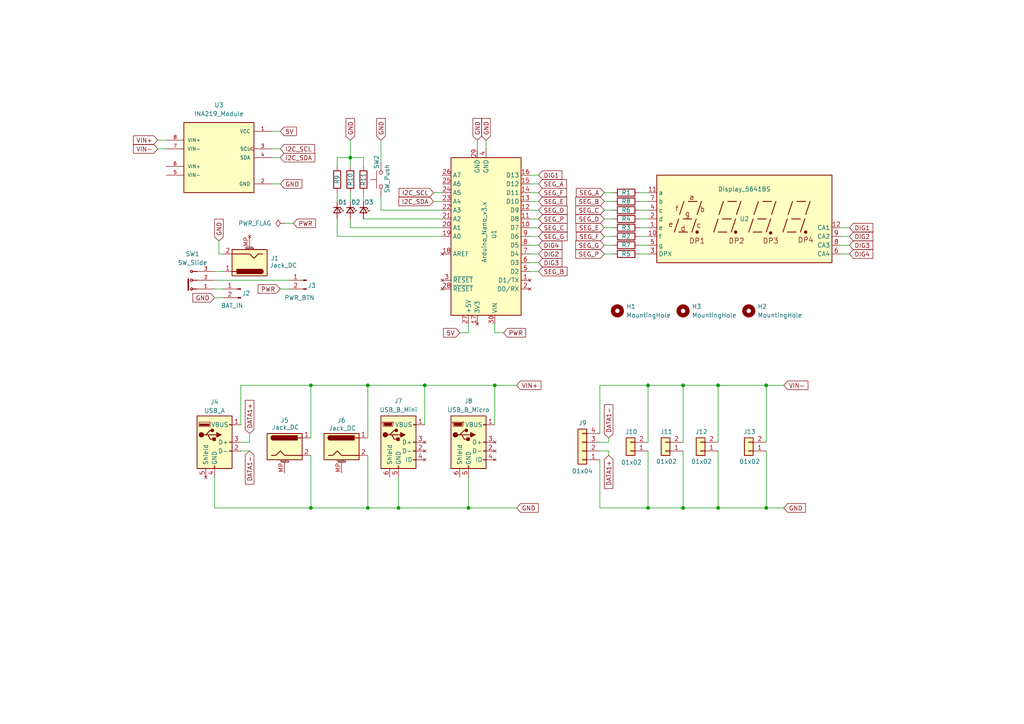
<source format=kicad_sch>
(kicad_sch (version 20250114) (generator "eeschema") (generator_version "9.0")
  (paper "A4")
  (lib_symbols
    (symbol "Barrel_Jack_MountingPin_1" (pin_names (hide yes))
      (property "Reference" "J1" (at -6.35 -1.6257 0))
      (property "Value" "Jack_DC" (at -6.35 0.9143 0))
      (symbol "Barrel_Jack_MountingPin_1_0_1"
        (rectangle (start -5.08 3.81) (end 5.08 -3.81) (stroke (width 0.254)) (fill (type background)))
        (polyline (pts (xy -3.81 -2.54) (xy -2.54 -2.54) (xy -1.27 -1.27) (xy 0 -2.54) (xy 2.54 -2.54) (xy 5.08 -2.54)) (stroke (width 0.254)))
        (arc (start -3.302 1.905) (mid -3.9343 2.54) (end -3.302 3.175) (stroke (width 0.254)))
        (arc (start -3.302 1.905) (mid -3.9343 2.54) (end -3.302 3.175) (stroke (width 0.254)) (fill (type outline)))
        (rectangle (start 3.683 3.175) (end -3.302 1.905) (stroke (width 0.254)) (fill (type outline)))
        (polyline (pts (xy 5.08 2.54) (xy 3.81 2.54)) (stroke (width 0.254)))
      )
      (symbol "Barrel_Jack_MountingPin_1_1_1"
        (polyline (pts (xy -1.016 -4.572) (xy 1.016 -4.572)) (stroke (width 0.1524)))
        (text "Mounting" (at 0 -4.191 0) (effects (font (size 0.381 0.381))))
        (pin no_connect line (at 0 -7.62 90) (length 3.048) (name "MountPin") (number "MP"))
        (pin passive line (at 7.62 2.54 180) (length 2.54) (name "~") (number "1"))
        (pin passive line (at 7.62 -2.54 180) (length 2.54) (name "~") (number "2"))
      )
    )
    (symbol "Barrel_Jack_MountingPin_2" (pin_names (hide yes))
      (property "Reference" "J4" (at 0 8.89 0))
      (property "Value" "Jack_DC" (at 0.254 6.096 0))
      (symbol "Barrel_Jack_MountingPin_2_0_1"
        (rectangle (start -5.08 3.81) (end 5.08 -3.81) (stroke (width 0.254)) (fill (type background)))
        (polyline (pts (xy -3.81 -2.54) (xy -2.54 -2.54) (xy -1.27 -1.27) (xy 0 -2.54) (xy 2.54 -2.54) (xy 5.08 -2.54)) (stroke (width 0.254)))
        (arc (start -3.302 1.905) (mid -3.9343 2.54) (end -3.302 3.175) (stroke (width 0.254)))
        (arc (start -3.302 1.905) (mid -3.9343 2.54) (end -3.302 3.175) (stroke (width 0.254)) (fill (type outline)))
        (rectangle (start 3.683 3.175) (end -3.302 1.905) (stroke (width 0.254)) (fill (type outline)))
        (polyline (pts (xy 5.08 2.54) (xy 3.81 2.54)) (stroke (width 0.254)))
      )
      (symbol "Barrel_Jack_MountingPin_2_1_1"
        (polyline (pts (xy -1.016 -4.572) (xy 1.016 -4.572)) (stroke (width 0.1524)))
        (text "Mounting" (at 0 -4.191 0) (effects (font (size 0.381 0.381))))
        (pin free line (at 0 -7.62 90) (length 3.048) (name "MountPin") (number "MP"))
        (pin power_out line (at 7.62 2.54 180) (length 2.54) (name "~") (number "1"))
        (pin passive line (at 7.62 -2.54 180) (length 2.54) (name "~") (number "2"))
      )
    )
    (symbol "Connector:Barrel_Jack_MountingPin" (pin_names (hide yes))
      (property "Reference" "J5" (at 0 8.89 0))
      (property "Value" "Jack_DC" (at 0.254 5.842 0))
      (symbol "Barrel_Jack_MountingPin_0_1"
        (rectangle (start -5.08 3.81) (end 5.08 -3.81) (stroke (width 0.254)) (fill (type background)))
        (polyline (pts (xy -3.81 -2.54) (xy -2.54 -2.54) (xy -1.27 -1.27) (xy 0 -2.54) (xy 2.54 -2.54) (xy 5.08 -2.54)) (stroke (width 0.254)))
        (arc (start -3.302 1.905) (mid -3.9343 2.54) (end -3.302 3.175) (stroke (width 0.254)))
        (arc (start -3.302 1.905) (mid -3.9343 2.54) (end -3.302 3.175) (stroke (width 0.254)) (fill (type outline)))
        (rectangle (start 3.683 3.175) (end -3.302 1.905) (stroke (width 0.254)) (fill (type outline)))
        (polyline (pts (xy 5.08 2.54) (xy 3.81 2.54)) (stroke (width 0.254)))
      )
      (symbol "Barrel_Jack_MountingPin_1_1"
        (polyline (pts (xy -1.016 -4.572) (xy 1.016 -4.572)) (stroke (width 0.1524)))
        (text "Mounting" (at 0 -4.191 0) (effects (font (size 0.381 0.381))))
        (pin free line (at 0 -7.62 90) (length 3.048) (name "MountPin") (number "MP"))
        (pin power_out line (at 7.62 2.54 180) (length 2.54) (name "~") (number "1"))
        (pin passive line (at 7.62 -2.54 180) (length 2.54) (name "~") (number "2"))
      )
    )
    (symbol "Connector:Conn_01x02_Pin" (pin_names (offset 1.016) (hide yes))
      (property "Reference" "J" (at 0 2.54 0))
      (property "Value" "Conn_01x02_Pin" (at 0 -5.08 0))
      (symbol "Conn_01x02_Pin_1_1"
        (rectangle (start 0.8636 0.127) (end 0 -0.127) (stroke (width 0.1524)) (fill (type outline)))
        (rectangle (start 0.8636 -2.413) (end 0 -2.667) (stroke (width 0.1524)) (fill (type outline)))
        (polyline (pts (xy 1.27 0) (xy 0.8636 0)) (stroke (width 0.1524)))
        (polyline (pts (xy 1.27 -2.54) (xy 0.8636 -2.54)) (stroke (width 0.1524)))
        (pin passive line (at 5.08 0 180) (length 3.81) (name "Pin_1") (number "1"))
        (pin passive line (at 5.08 -2.54 180) (length 3.81) (name "Pin_2") (number "2"))
      )
    )
    (symbol "Connector:USB_A" (pin_names (offset 1.016))
      (property "Reference" "J3" (at 0 12.7 0))
      (property "Value" "USB_A" (at 0 10.16 0))
      (symbol "USB_A_0_1"
        (rectangle (start -5.08 7.62) (end 5.08 -7.62) (stroke (width 0.254)) (fill (type background)))
        (circle (center -3.81 2.159) (radius 0.635) (stroke (width 0.254)) (fill (type outline)))
        (polyline (pts (xy -3.175 2.159) (xy -2.54 2.159) (xy -1.27 3.429) (xy -0.635 3.429)) (stroke (width 0.254)))
        (polyline (pts (xy -2.54 2.159) (xy -1.905 2.159) (xy -1.27 0.889) (xy 0 0.889)) (stroke (width 0.254)))
        (rectangle (start -1.524 4.826) (end -4.318 5.334) (fill (type outline)))
        (rectangle (start -1.27 4.572) (end -4.572 5.842))
        (circle (center -0.635 3.429) (radius 0.381) (stroke (width 0.254)) (fill (type outline)))
        (rectangle (start -0.127 -7.62) (end 0.127 -6.858))
        (rectangle (start 0.254 1.27) (end -0.508 0.508) (stroke (width 0.254)) (fill (type outline)))
        (polyline (pts (xy 0.635 2.794) (xy 0.635 1.524) (xy 1.905 2.159) (xy 0.635 2.794)) (stroke (width 0.254)) (fill (type outline)))
        (rectangle (start 5.08 4.953) (end 4.318 5.207))
        (rectangle (start 5.08 -0.127) (end 4.318 0.127))
        (rectangle (start 5.08 -2.667) (end 4.318 -2.413))
      )
      (symbol "USB_A_1_1"
        (polyline (pts (xy -1.905 2.159) (xy 0.635 2.159)) (stroke (width 0.254)))
        (pin no_connect line (at -2.54 -10.16 90) (length 2.54) (name "Shield") (number "5"))
        (pin passive line (at 0 -10.16 90) (length 2.54) (name "GND") (number "4"))
        (pin power_out line (at 7.62 5.08 180) (length 2.54) (name "VBUS") (number "1"))
        (pin bidirectional line (at 7.62 0 180) (length 2.54) (name "D+") (number "3"))
        (pin bidirectional line (at 7.62 -2.54 180) (length 2.54) (name "D-") (number "2"))
      )
    )
    (symbol "Connector:USB_B_Micro" (pin_names (offset 1.016))
      (property "Reference" "J7" (at 0 12.7 0))
      (property "Value" "USB_B_Micro" (at 0 10.16 0))
      (symbol "USB_B_Micro_0_1"
        (rectangle (start -5.08 7.62) (end 5.08 -7.62) (stroke (width 0.254)) (fill (type background)))
        (polyline (pts (xy -4.699 5.842) (xy -4.699 5.588) (xy -4.445 4.826) (xy -4.445 4.572) (xy -1.651 4.572) (xy -1.651 4.826) (xy -1.397 5.588) (xy -1.397 5.842) (xy -4.699 5.842)))
        (polyline (pts (xy -4.318 5.588) (xy -1.778 5.588) (xy -2.032 4.826) (xy -4.064 4.826) (xy -4.318 5.588)) (fill (type outline)))
        (circle (center -3.81 2.159) (radius 0.635) (stroke (width 0.254)) (fill (type outline)))
        (polyline (pts (xy -3.175 2.159) (xy -2.54 2.159) (xy -1.27 3.429) (xy -0.635 3.429)) (stroke (width 0.254)))
        (polyline (pts (xy -2.54 2.159) (xy -1.905 2.159) (xy -1.27 0.889) (xy 0 0.889)) (stroke (width 0.254)))
        (polyline (pts (xy -1.905 2.159) (xy 0.635 2.159)) (stroke (width 0.254)))
        (circle (center -0.635 3.429) (radius 0.381) (stroke (width 0.254)) (fill (type outline)))
        (rectangle (start -0.127 -7.62) (end 0.127 -6.858))
        (rectangle (start 0.254 1.27) (end -0.508 0.508) (stroke (width 0.254)) (fill (type outline)))
        (polyline (pts (xy 0.635 2.794) (xy 0.635 1.524) (xy 1.905 2.159) (xy 0.635 2.794)) (stroke (width 0.254)) (fill (type outline)))
        (rectangle (start 5.08 4.953) (end 4.318 5.207))
        (rectangle (start 5.08 -0.127) (end 4.318 0.127))
        (rectangle (start 5.08 -2.667) (end 4.318 -2.413))
        (rectangle (start 5.08 -5.207) (end 4.318 -4.953))
      )
      (symbol "USB_B_Micro_1_1"
        (pin free line (at -2.54 -10.16 90) (length 2.54) (name "Shield") (number "6"))
        (pin passive line (at 0 -10.16 90) (length 2.54) (name "GND") (number "5"))
        (pin power_out line (at 7.62 5.08 180) (length 2.54) (name "VBUS") (number "1"))
        (pin no_connect line (at 7.62 0 180) (length 2.54) (name "D+") (number "3"))
        (pin no_connect line (at 7.62 -2.54 180) (length 2.54) (name "D-") (number "2"))
        (pin no_connect line (at 7.62 -5.08 180) (length 2.54) (name "ID") (number "4"))
      )
    )
    (symbol "Connector:USB_B_Mini" (pin_names (offset 1.016))
      (property "Reference" "J6" (at 0 12.7 0))
      (property "Value" "USB_B_Mini" (at 0 10.16 0))
      (symbol "USB_B_Mini_0_1"
        (rectangle (start -5.08 7.62) (end 5.08 -7.62) (stroke (width 0.254)) (fill (type background)))
        (polyline (pts (xy -4.699 5.842) (xy -4.699 5.588) (xy -4.445 4.826) (xy -4.445 4.572) (xy -1.651 4.572) (xy -1.651 4.826) (xy -1.397 5.588) (xy -1.397 5.842) (xy -4.699 5.842)))
        (polyline (pts (xy -4.318 5.588) (xy -1.778 5.588) (xy -2.032 4.826) (xy -4.064 4.826) (xy -4.318 5.588)) (fill (type outline)))
        (circle (center -3.81 2.159) (radius 0.635) (stroke (width 0.254)) (fill (type outline)))
        (polyline (pts (xy -3.175 2.159) (xy -2.54 2.159) (xy -1.27 3.429) (xy -0.635 3.429)) (stroke (width 0.254)))
        (polyline (pts (xy -2.54 2.159) (xy -1.905 2.159) (xy -1.27 0.889) (xy 0 0.889)) (stroke (width 0.254)))
        (polyline (pts (xy -1.905 2.159) (xy 0.635 2.159)) (stroke (width 0.254)))
        (circle (center -0.635 3.429) (radius 0.381) (stroke (width 0.254)) (fill (type outline)))
        (rectangle (start -0.127 -7.62) (end 0.127 -6.858))
        (rectangle (start 0.254 1.27) (end -0.508 0.508) (stroke (width 0.254)) (fill (type outline)))
        (polyline (pts (xy 0.635 2.794) (xy 0.635 1.524) (xy 1.905 2.159) (xy 0.635 2.794)) (stroke (width 0.254)) (fill (type outline)))
        (rectangle (start 5.08 4.953) (end 4.318 5.207))
        (rectangle (start 5.08 -0.127) (end 4.318 0.127))
        (rectangle (start 5.08 -2.667) (end 4.318 -2.413))
        (rectangle (start 5.08 -5.207) (end 4.318 -4.953))
      )
      (symbol "USB_B_Mini_1_1"
        (pin free line (at -2.54 -10.16 90) (length 2.54) (name "Shield") (number "6"))
        (pin passive line (at 0 -10.16 90) (length 2.54) (name "GND") (number "5"))
        (pin power_out line (at 7.62 5.08 180) (length 2.54) (name "VBUS") (number "1"))
        (pin no_connect line (at 7.62 0 180) (length 2.54) (name "D+") (number "3"))
        (pin no_connect line (at 7.62 -2.54 180) (length 2.54) (name "D-") (number "2"))
        (pin no_connect line (at 7.62 -5.08 180) (length 2.54) (name "ID") (number "4"))
      )
    )
    (symbol "Connector_Generic:Conn_01x02" (pin_names (offset 1.016) (hide yes))
      (property "Reference" "J" (at 0 2.54 0))
      (property "Value" "Conn_01x02" (at 0 -5.08 0))
      (symbol "Conn_01x02_1_1"
        (rectangle (start -1.27 1.27) (end 1.27 -3.81) (stroke (width 0.254)) (fill (type background)))
        (rectangle (start -1.27 0.127) (end 0 -0.127) (stroke (width 0.1524)))
        (rectangle (start -1.27 -2.413) (end 0 -2.667) (stroke (width 0.1524)))
        (pin passive line (at -5.08 0 0) (length 3.81) (name "Pin_1") (number "1"))
        (pin passive line (at -5.08 -2.54 0) (length 3.81) (name "Pin_2") (number "2"))
      )
    )
    (symbol "Connector_Generic:Conn_01x04" (pin_names (offset 1.016) (hide yes))
      (property "Reference" "J" (at 0 5.08 0))
      (property "Value" "Conn_01x04" (at 0 -7.62 0))
      (symbol "Conn_01x04_1_1"
        (rectangle (start -1.27 3.81) (end 1.27 -6.35) (stroke (width 0.254)) (fill (type background)))
        (rectangle (start -1.27 2.667) (end 0 2.413) (stroke (width 0.1524)))
        (rectangle (start -1.27 0.127) (end 0 -0.127) (stroke (width 0.1524)))
        (rectangle (start -1.27 -2.413) (end 0 -2.667) (stroke (width 0.1524)))
        (rectangle (start -1.27 -4.953) (end 0 -5.207) (stroke (width 0.1524)))
        (pin passive line (at -5.08 2.54 0) (length 3.81) (name "Pin_1") (number "1"))
        (pin passive line (at -5.08 0 0) (length 3.81) (name "Pin_2") (number "2"))
        (pin passive line (at -5.08 -2.54 0) (length 3.81) (name "Pin_3") (number "3"))
        (pin passive line (at -5.08 -5.08 0) (length 3.81) (name "Pin_4") (number "4"))
      )
    )
    (symbol "Custom:INA219_Module_Adafruit" (pin_names (offset 1.016))
      (property "Reference" "U3" (at 0 15.24 0))
      (property "Value" "INA219_Module" (at 0 12.7 0))
      (symbol "INA219_Module_Adafruit_0_0"
        (rectangle (start -10.16 10.16) (end 10.16 -10.16) (stroke (width 0.254)) (fill (type background)))
        (pin free line (at -15.24 -2.54 0) (length 5.08) (name "VIN+") (number "6"))
        (pin free line (at -15.24 -5.08 0) (length 5.08) (name "VIN-") (number "5"))
        (pin power_in line (at 15.24 7.62 180) (length 5.08) (name "VCC") (number "1"))
        (pin input clock (at 15.24 2.54 180) (length 5.08) (name "SCL") (number "3"))
        (pin bidirectional line (at 15.24 0 180) (length 5.08) (name "SDA") (number "4"))
        (pin power_in line (at 15.24 -7.62 180) (length 5.08) (name "GND") (number "2"))
      )
      (symbol "INA219_Module_Adafruit_1_0"
        (pin input line (at -15.24 5.08 0) (length 5.08) (name "VIN+") (number "8"))
        (pin input line (at -15.24 2.54 0) (length 5.08) (name "VIN-") (number "7"))
      )
    )
    (symbol "Custom:Switch_Slide_SPDT_Straight_TE_1825159_1" (pin_names (offset 1.016))
      (property "Reference" "SW" (at 1.524 -0.508 0))
      (property "Value" "SW_Slide" (at -8.382 -5.588 0))
      (symbol "Switch_Slide_SPDT_Straight_TE_1825159_1_0_0"
        (polyline (pts (xy -2.54 2.54) (xy -1.27 2.54)) (stroke (width 0.254)))
        (polyline (pts (xy -2.54 0) (xy -1.27 0)) (stroke (width 0.254)))
        (polyline (pts (xy -2.54 -2.54) (xy -1.27 -2.54)) (stroke (width 0.254)))
        (circle (center -0.9525 2.54) (radius 0.3175) (stroke (width 0.254)))
        (circle (center -0.9525 0) (radius 0.3175) (stroke (width 0.254)))
        (circle (center -0.9525 -2.54) (radius 0.3175) (stroke (width 0.254)))
        (polyline (pts (xy 0 2.8575) (xy 0 -0.3175)) (stroke (width 0.4064)))
        (pin passive line (at -7.62 2.54 0) (length 5.08) (name "~") (number "1"))
        (pin passive line (at -7.62 0 0) (length 5.08) (name "~") (number "2"))
        (pin passive line (at -7.62 -2.54 0) (length 5.08) (name "~") (number "3"))
      )
    )
    (symbol "Device:R" (pin_numbers (hide yes)) (pin_names (offset 0))
      (property "Reference" "R" (at 2.032 0 90))
      (property "Value" "R" (at 0 0 90))
      (symbol "R_0_1"
        (rectangle (start -1.016 -2.54) (end 1.016 2.54) (stroke (width 0.254)))
      )
      (symbol "R_1_1"
        (pin passive line (at 0 3.81 270) (length 1.27) (name "~") (number "1"))
        (pin passive line (at 0 -3.81 90) (length 1.27) (name "~") (number "2"))
      )
    )
    (symbol "Display_Character:CA56-12CGKWA"
      (property "Reference" "U" (at -24.13 13.97 0))
      (property "Value" "CA56-12CGKWA" (at 17.78 13.97 0))
      (symbol "CA56-12CGKWA_0_0"
        (rectangle (start -25.4 12.7) (end 25.4 -12.7) (stroke (width 0.254)) (fill (type background)))
        (polyline (pts (xy -20.32 -3.81) (xy -19.05 0)) (stroke (width 0.254)))
        (polyline (pts (xy -19.05 -3.81) (xy -16.51 -3.81)) (stroke (width 0.254)))
        (polyline (pts (xy -18.796 1.27) (xy -17.526 5.08)) (stroke (width 0.254)))
        (polyline (pts (xy -17.78 0) (xy -15.24 0)) (stroke (width 0.254)))
        (polyline (pts (xy -16.256 5.08) (xy -13.716 5.08)) (stroke (width 0.254)))
        (polyline (pts (xy -15.24 -3.81) (xy -13.97 0)) (stroke (width 0.254)))
        (polyline (pts (xy -13.716 1.27) (xy -12.446 5.08)) (stroke (width 0.254)))
        (polyline (pts (xy -8.89 -3.81) (xy -7.62 0)) (stroke (width 0.254)))
        (polyline (pts (xy -7.62 -3.81) (xy -5.08 -3.81)) (stroke (width 0.254)))
        (polyline (pts (xy -7.366 1.27) (xy -6.096 5.08)) (stroke (width 0.254)))
        (polyline (pts (xy -6.35 0) (xy -3.81 0)) (stroke (width 0.254)))
        (polyline (pts (xy -4.826 5.08) (xy -2.286 5.08)) (stroke (width 0.254)))
        (polyline (pts (xy -3.81 -3.81) (xy -2.54 0)) (stroke (width 0.254)))
        (polyline (pts (xy -2.286 1.27) (xy -1.016 5.08)) (stroke (width 0.254)))
        (polyline (pts (xy 1.27 -3.81) (xy 2.54 0)) (stroke (width 0.254)))
        (polyline (pts (xy 2.54 -3.81) (xy 5.08 -3.81)) (stroke (width 0.254)))
        (polyline (pts (xy 2.794 1.27) (xy 4.064 5.08)) (stroke (width 0.254)))
        (polyline (pts (xy 3.81 0) (xy 6.35 0)) (stroke (width 0.254)))
        (polyline (pts (xy 5.334 5.08) (xy 7.874 5.08)) (stroke (width 0.254)))
        (polyline (pts (xy 6.35 -3.81) (xy 7.62 0)) (stroke (width 0.254)))
        (polyline (pts (xy 7.874 1.27) (xy 9.144 5.08)) (stroke (width 0.254)))
        (polyline (pts (xy 11.176 -3.81) (xy 12.446 0)) (stroke (width 0.254)))
        (polyline (pts (xy 12.446 -3.81) (xy 14.986 -3.81)) (stroke (width 0.254)))
        (polyline (pts (xy 12.7 1.27) (xy 13.97 5.08)) (stroke (width 0.254)))
        (polyline (pts (xy 13.716 0) (xy 16.256 0)) (stroke (width 0.254)))
        (polyline (pts (xy 15.24 5.08) (xy 17.78 5.08)) (stroke (width 0.254)))
        (polyline (pts (xy 16.256 -3.81) (xy 17.526 0)) (stroke (width 0.254)))
        (polyline (pts (xy 17.78 1.27) (xy 19.05 5.08)) (stroke (width 0.254)))
        (text "e" (at -21.336 -1.524 0) (effects (font (size 1.524 1.524))))
        (text "f" (at -19.558 3.048 0) (effects (font (size 1.524 1.524))))
        (text "d" (at -17.78 -2.794 0) (effects (font (size 1.524 1.524))))
        (text "g" (at -16.51 1.524 0) (effects (font (size 1.524 1.524))))
        (text "a" (at -15.24 6.35 0) (effects (font (size 1.524 1.524))))
        (text "DP1" (at -13.716 -6.35 0) (effects (font (size 1.524 1.524))))
        (text "c" (at -13.208 -1.778 0) (effects (font (size 1.524 1.524))))
        (text "b" (at -12.192 2.794 0) (effects (font (size 1.524 1.524))))
        (text "DP2" (at -2.286 -6.35 0) (effects (font (size 1.524 1.524))))
        (text "DP3" (at 7.62 -6.35 0) (effects (font (size 1.524 1.524))))
        (text "DP4" (at 17.78 -6.096 0) (effects (font (size 1.524 1.524))))
      )
      (symbol "CA56-12CGKWA_0_1"
        (circle (center -13.716 -3.81) (radius 0.3556) (stroke (width 0.254)) (fill (type outline)))
        (circle (center -2.54 -3.81) (radius 0.3556) (stroke (width 0.254)) (fill (type outline)))
      )
      (symbol "CA56-12CGKWA_1_0"
        (circle (center 7.62 -4.064) (radius 0.3556) (stroke (width 0.254)) (fill (type outline)))
        (circle (center 17.78 -3.81) (radius 0.3556) (stroke (width 0.254)) (fill (type outline)))
      )
      (symbol "CA56-12CGKWA_1_1"
        (pin input line (at -27.94 7.62 0) (length 2.54) (name "a") (number "11"))
        (pin input line (at -27.94 5.08 0) (length 2.54) (name "b") (number "7"))
        (pin input line (at -27.94 2.54 0) (length 2.54) (name "c") (number "4"))
        (pin input line (at -27.94 0 0) (length 2.54) (name "d") (number "2"))
        (pin input line (at -27.94 -2.54 0) (length 2.54) (name "e") (number "1"))
        (pin input line (at -27.94 -5.08 0) (length 2.54) (name "f") (number "10"))
        (pin input line (at -27.94 -7.62 0) (length 2.54) (name "g") (number "5"))
        (pin input line (at -27.94 -10.16 0) (length 2.54) (name "DPX") (number "3"))
        (pin input line (at 27.94 -2.54 180) (length 2.54) (name "CA1") (number "12"))
        (pin input line (at 27.94 -5.08 180) (length 2.54) (name "CA2") (number "9"))
        (pin input line (at 27.94 -7.62 180) (length 2.54) (name "CA3") (number "8"))
        (pin input line (at 27.94 -10.16 180) (length 2.54) (name "CA4") (number "6"))
      )
    )
    (symbol "MCU_Module:Arduino_Nano_v3.x"
      (property "Reference" "A1" (at -2.286 -2.032 90))
      (property "Value" "Arduino_Nano_v3.x" (at 0.508 -10.16 90))
      (symbol "Arduino_Nano_v3.x_0_1"
        (rectangle (start -10.16 22.86) (end 10.16 -22.86) (stroke (width 0.254)) (fill (type background)))
      )
      (symbol "Arduino_Nano_v3.x_1_1"
        (pin no_connect line (at -12.7 15.24 0) (length 2.54) (name "D0/RX") (number "2"))
        (pin no_connect line (at -12.7 12.7 0) (length 2.54) (name "D1/TX") (number "1"))
        (pin bidirectional line (at -12.7 10.16 0) (length 2.54) (name "D2") (number "5"))
        (pin bidirectional line (at -12.7 7.62 0) (length 2.54) (name "D3") (number "6"))
        (pin bidirectional line (at -12.7 5.08 0) (length 2.54) (name "D4") (number "7"))
        (pin bidirectional line (at -12.7 2.54 0) (length 2.54) (name "D5") (number "8"))
        (pin bidirectional line (at -12.7 0 0) (length 2.54) (name "D6") (number "9"))
        (pin bidirectional line (at -12.7 -2.54 0) (length 2.54) (name "D7") (number "10"))
        (pin bidirectional line (at -12.7 -5.08 0) (length 2.54) (name "D8") (number "11"))
        (pin bidirectional line (at -12.7 -7.62 0) (length 2.54) (name "D9") (number "12"))
        (pin bidirectional line (at -12.7 -10.16 0) (length 2.54) (name "D10") (number "13"))
        (pin bidirectional line (at -12.7 -12.7 0) (length 2.54) (name "D11") (number "14"))
        (pin bidirectional line (at -12.7 -15.24 0) (length 2.54) (name "D12") (number "15"))
        (pin bidirectional line (at -12.7 -17.78 0) (length 2.54) (name "D13") (number "16"))
        (pin power_in line (at -2.54 25.4 270) (length 2.54) (name "VIN") (number "30"))
        (pin power_out line (at 0 -25.4 90) (length 2.54) (name "GND") (number "4"))
        (pin no_connect line (at 2.54 25.4 270) (length 2.54) (name "3V3") (number "17"))
        (pin power_out line (at 2.54 -25.4 90) (length 2.54) (name "GND") (number "29"))
        (pin power_out line (at 5.08 25.4 270) (length 2.54) (name "+5V") (number "27"))
        (pin no_connect line (at 12.7 15.24 180) (length 2.54) (name "~{RESET}") (number "28"))
        (pin no_connect line (at 12.7 12.7 180) (length 2.54) (name "~{RESET}") (number "3"))
        (pin no_connect line (at 12.7 5.08 180) (length 2.54) (name "AREF") (number "18"))
        (pin bidirectional line (at 12.7 0 180) (length 2.54) (name "A0") (number "19"))
        (pin bidirectional line (at 12.7 -2.54 180) (length 2.54) (name "A1") (number "20"))
        (pin bidirectional line (at 12.7 -5.08 180) (length 2.54) (name "A2") (number "21"))
        (pin bidirectional line (at 12.7 -7.62 180) (length 2.54) (name "A3") (number "22"))
        (pin bidirectional line (at 12.7 -10.16 180) (length 2.54) (name "A4") (number "23"))
        (pin bidirectional line (at 12.7 -12.7 180) (length 2.54) (name "A5") (number "24"))
        (pin free line (at 12.7 -15.24 180) (length 2.54) (name "A6") (number "25"))
        (pin free line (at 12.7 -17.78 180) (length 2.54) (name "A7") (number "26"))
      )
    )
    (symbol "Mechanical:MountingHole" (pin_names (offset 1.016)) (in_bom no)
      (property "Reference" "H" (at 0 5.08 0))
      (property "Value" "MountingHole" (at 0 3.175 0))
      (symbol "MountingHole_0_1"
        (circle (center 0 0) (radius 1.27) (stroke (width 1.27)))
      )
    )
    (symbol "PCM_SparkFun-LED:LED" (pin_numbers (hide yes)) (pin_names (offset 1.016) (hide yes))
      (property "Reference" "D" (at 0 2.54 0))
      (property "Value" "LED" (at 0 -2.54 0))
      (symbol "LED_0_1"
        (polyline (pts (xy -0.762 -1.016) (xy -0.762 1.016)) (stroke (width 0.254)))
        (polyline (pts (xy 0 0.762) (xy -0.508 1.27) (xy -0.254 1.27) (xy -0.508 1.27) (xy -0.508 1.016)))
        (polyline (pts (xy 0.508 1.27) (xy 0 1.778) (xy 0.254 1.778) (xy 0 1.778) (xy 0 1.524)))
        (polyline (pts (xy 0.762 -1.016) (xy -0.762 0) (xy 0.762 1.016) (xy 0.762 -1.016)) (stroke (width 0.254)))
        (polyline (pts (xy 1.016 0) (xy -0.762 0)))
      )
      (symbol "LED_1_1"
        (pin passive line (at -2.54 0 0) (length 1.778) (name "K") (number "1"))
        (pin passive line (at 2.54 0 180) (length 1.778) (name "A") (number "2"))
      )
    )
    (symbol "Switch:SW_Push" (pin_numbers (hide yes)) (pin_names (offset 1.016) (hide yes))
      (property "Reference" "SW" (at 1.27 2.54 0))
      (property "Value" "SW_Push" (at 0 -1.524 0))
      (symbol "SW_Push_0_1"
        (circle (center -2.032 0) (radius 0.508))
        (polyline (pts (xy 0 1.27) (xy 0 3.048)))
        (circle (center 2.032 0) (radius 0.508))
        (polyline (pts (xy 2.54 1.27) (xy -2.54 1.27)))
        (pin passive line (at -5.08 0 0) (length 2.54) (name "1") (number "1"))
        (pin passive line (at 5.08 0 180) (length 2.54) (name "2") (number "2"))
      )
    )
    (symbol "power:PWR_FLAG" (power) (pin_numbers (hide yes)) (pin_names (offset 0) (hide yes))
      (property "Value" "PWR_FLAG" (at 0 3.81 0))
      (symbol "PWR_FLAG_0_0"
        (pin power_out line (at 0 0 90) (length 0) (name "~") (number "1"))
      )
      (symbol "PWR_FLAG_0_1"
        (polyline (pts (xy 0 0) (xy 0 1.27) (xy -1.016 1.905) (xy 0 2.54) (xy 1.016 1.905) (xy 0 1.27)))
      )
    )
  )
  (junction (at 90.17 147.32))
  (junction (at 198.12 111.76))
  (junction (at 90.17 111.76))
  (junction (at 143.51 111.76))
  (junction (at 208.28 111.76))
  (junction (at 115.57 147.32))
  (junction (at 123.19 111.76))
  (junction (at 187.96 111.76))
  (junction (at 135.89 147.32))
  (junction (at 106.68 111.76))
  (junction (at 222.25 147.32))
  (junction (at 198.12 147.32))
  (junction (at 208.28 147.32))
  (junction (at 187.96 147.32))
  (junction (at 106.68 147.32))
  (junction (at 101.6 45.72))
  (junction (at 222.25 111.76))
  (wire (pts (xy 146.05 96.52) (xy 143.51 96.52)))
  (wire (pts (xy 138.43 40.64) (xy 138.43 43.18)))
  (wire (pts (xy 106.68 147.32) (xy 115.57 147.32)))
  (wire (pts (xy 90.17 111.76) (xy 90.17 127)))
  (wire (pts (xy 101.6 58.42) (xy 101.6 55.88)))
  (wire (pts (xy 78.74 45.72) (xy 81.28 45.72)))
  (wire (pts (xy 173.99 147.32) (xy 187.96 147.32)))
  (wire (pts (xy 187.96 111.76) (xy 198.12 111.76)))
  (wire (pts (xy 176.53 132.08) (xy 176.53 130.81)))
  (wire (pts (xy 133.35 96.52) (xy 135.89 96.52)))
  (wire (pts (xy 208.28 147.32) (xy 222.25 147.32)))
  (wire (pts (xy 187.96 147.32) (xy 198.12 147.32)))
  (wire (pts (xy 187.96 58.42) (xy 185.42 58.42)))
  (wire (pts (xy 198.12 111.76) (xy 208.28 111.76)))
  (wire (pts (xy 176.53 127) (xy 176.53 128.27)))
  (wire (pts (xy 175.26 63.5) (xy 177.8 63.5)))
  (wire (pts (xy 187.96 68.58) (xy 185.42 68.58)))
  (wire (pts (xy 135.89 96.52) (xy 135.89 93.98)))
  (wire (pts (xy 153.67 55.88) (xy 156.21 55.88)))
  (wire (pts (xy 69.85 111.76) (xy 69.85 123.19)))
  (wire (pts (xy 187.96 66.04) (xy 185.42 66.04)))
  (wire (pts (xy 173.99 133.35) (xy 173.99 147.32)))
  (wire (pts (xy 175.26 73.66) (xy 177.8 73.66)))
  (wire (pts (xy 187.96 63.5) (xy 185.42 63.5)))
  (wire (pts (xy 153.67 60.96) (xy 156.21 60.96)))
  (wire (pts (xy 153.67 68.58) (xy 156.21 68.58)))
  (wire (pts (xy 176.53 130.81) (xy 173.99 130.81)))
  (wire (pts (xy 175.26 60.96) (xy 177.8 60.96)))
  (wire (pts (xy 63.5 69.85) (xy 63.5 73.66)))
  (wire (pts (xy 243.84 71.12) (xy 246.38 71.12)))
  (wire (pts (xy 97.79 68.58) (xy 97.79 63.5)))
  (wire (pts (xy 222.25 130.81) (xy 222.25 147.32)))
  (wire (pts (xy 63.5 73.66) (xy 64.77 73.66)))
  (wire (pts (xy 222.25 111.76) (xy 227.33 111.76)))
  (wire (pts (xy 62.23 147.32) (xy 90.17 147.32)))
  (wire (pts (xy 175.26 58.42) (xy 177.8 58.42)))
  (wire (pts (xy 97.79 68.58) (xy 128.27 68.58)))
  (wire (pts (xy 222.25 111.76) (xy 222.25 128.27)))
  (wire (pts (xy 62.23 81.28) (xy 83.82 81.28)))
  (wire (pts (xy 62.23 83.82) (xy 64.77 83.82)))
  (wire (pts (xy 143.51 111.76) (xy 143.51 123.19)))
  (wire (pts (xy 90.17 147.32) (xy 106.68 147.32)))
  (wire (pts (xy 115.57 147.32) (xy 135.89 147.32)))
  (wire (pts (xy 69.85 111.76) (xy 90.17 111.76)))
  (wire (pts (xy 173.99 111.76) (xy 187.96 111.76)))
  (wire (pts (xy 115.57 138.43) (xy 115.57 147.32)))
  (wire (pts (xy 101.6 66.04) (xy 128.27 66.04)))
  (wire (pts (xy 81.28 83.82) (xy 83.82 83.82)))
  (wire (pts (xy 175.26 55.88) (xy 177.8 55.88)))
  (wire (pts (xy 153.67 63.5) (xy 156.21 63.5)))
  (wire (pts (xy 140.97 40.64) (xy 140.97 43.18)))
  (wire (pts (xy 243.84 68.58) (xy 246.38 68.58)))
  (wire (pts (xy 153.67 76.2) (xy 156.21 76.2)))
  (wire (pts (xy 208.28 130.81) (xy 208.28 147.32)))
  (wire (pts (xy 187.96 71.12) (xy 185.42 71.12)))
  (wire (pts (xy 125.73 55.88) (xy 128.27 55.88)))
  (wire (pts (xy 135.89 138.43) (xy 135.89 147.32)))
  (wire (pts (xy 97.79 45.72) (xy 101.6 45.72)))
  (wire (pts (xy 125.73 58.42) (xy 128.27 58.42)))
  (wire (pts (xy 153.67 58.42) (xy 156.21 58.42)))
  (wire (pts (xy 106.68 111.76) (xy 106.68 127)))
  (wire (pts (xy 135.89 147.32) (xy 149.86 147.32)))
  (wire (pts (xy 153.67 50.8) (xy 156.21 50.8)))
  (wire (pts (xy 64.77 78.74) (xy 62.23 78.74)))
  (wire (pts (xy 45.72 40.64) (xy 48.26 40.64)))
  (wire (pts (xy 187.96 55.88) (xy 185.42 55.88)))
  (wire (pts (xy 187.96 73.66) (xy 185.42 73.66)))
  (wire (pts (xy 208.28 111.76) (xy 208.28 128.27)))
  (wire (pts (xy 62.23 138.43) (xy 62.23 147.32)))
  (wire (pts (xy 81.28 38.1) (xy 78.74 38.1)))
  (wire (pts (xy 198.12 111.76) (xy 198.12 128.27)))
  (wire (pts (xy 222.25 147.32) (xy 227.33 147.32)))
  (wire (pts (xy 175.26 68.58) (xy 177.8 68.58)))
  (wire (pts (xy 198.12 130.81) (xy 198.12 147.32)))
  (wire (pts (xy 106.68 111.76) (xy 123.19 111.76)))
  (wire (pts (xy 153.67 66.04) (xy 156.21 66.04)))
  (wire (pts (xy 45.72 43.18) (xy 48.26 43.18)))
  (wire (pts (xy 97.79 45.72) (xy 97.79 48.26)))
  (wire (pts (xy 187.96 111.76) (xy 187.96 128.27)))
  (wire (pts (xy 90.17 132.08) (xy 90.17 147.32)))
  (wire (pts (xy 101.6 45.72) (xy 105.41 45.72)))
  (wire (pts (xy 143.51 93.98) (xy 143.51 96.52)))
  (wire (pts (xy 101.6 66.04) (xy 101.6 63.5)))
  (wire (pts (xy 110.49 57.15) (xy 110.49 60.96)))
  (wire (pts (xy 175.26 71.12) (xy 177.8 71.12)))
  (wire (pts (xy 105.41 58.42) (xy 105.41 55.88)))
  (wire (pts (xy 175.26 66.04) (xy 177.8 66.04)))
  (wire (pts (xy 143.51 111.76) (xy 149.86 111.76)))
  (wire (pts (xy 123.19 111.76) (xy 123.19 123.19)))
  (wire (pts (xy 62.23 86.36) (xy 64.77 86.36)))
  (wire (pts (xy 110.49 46.99) (xy 110.49 40.64)))
  (wire (pts (xy 97.79 55.88) (xy 97.79 58.42)))
  (wire (pts (xy 106.68 132.08) (xy 106.68 147.32)))
  (wire (pts (xy 110.49 60.96) (xy 128.27 60.96)))
  (wire (pts (xy 90.17 111.76) (xy 106.68 111.76)))
  (wire (pts (xy 72.39 125.73) (xy 72.39 128.27)))
  (wire (pts (xy 105.41 45.72) (xy 105.41 48.26)))
  (wire (pts (xy 243.84 66.04) (xy 246.38 66.04)))
  (wire (pts (xy 153.67 73.66) (xy 156.21 73.66)))
  (wire (pts (xy 187.96 130.81) (xy 187.96 147.32)))
  (wire (pts (xy 208.28 111.76) (xy 222.25 111.76)))
  (wire (pts (xy 81.28 53.34) (xy 78.74 53.34)))
  (wire (pts (xy 187.96 60.96) (xy 185.42 60.96)))
  (wire (pts (xy 101.6 40.64) (xy 101.6 45.72)))
  (wire (pts (xy 153.67 53.34) (xy 156.21 53.34)))
  (wire (pts (xy 123.19 111.76) (xy 143.51 111.76)))
  (wire (pts (xy 82.55 64.77) (xy 85.09 64.77)))
  (wire (pts (xy 173.99 111.76) (xy 173.99 125.73)))
  (wire (pts (xy 78.74 43.18) (xy 81.28 43.18)))
  (wire (pts (xy 153.67 71.12) (xy 156.21 71.12)))
  (wire (pts (xy 198.12 147.32) (xy 208.28 147.32)))
  (wire (pts (xy 243.84 73.66) (xy 246.38 73.66)))
  (wire (pts (xy 105.41 63.5) (xy 128.27 63.5)))
  (wire (pts (xy 101.6 45.72) (xy 101.6 48.26)))
  (wire (pts (xy 72.39 130.81) (xy 69.85 130.81)))
  (wire (pts (xy 176.53 128.27) (xy 173.99 128.27)))
  (wire (pts (xy 72.39 128.27) (xy 69.85 128.27)))
  (wire (pts (xy 153.67 78.74) (xy 156.21 78.74)))
  (global_label "I2C_SDA" (shape input) (at 125.73 58.42 180) (property "Intersheetrefs" "${INTERSHEET_REFS}" (effects (hide yes))))
  (global_label "5V" (shape input) (at 81.28 38.1 0) (property "Intersheetrefs" "${INTERSHEET_REFS}" (effects (hide yes))))
  (global_label "GND" (shape input) (at 149.86 147.32 0) (property "Intersheetrefs" "${INTERSHEET_REFS}" (effects (hide yes))))
  (global_label "DATA1-" (shape input) (at 72.39 130.81 270) (property "Intersheetrefs" "${INTERSHEET_REFS}" (effects (hide yes))))
  (global_label "5V" (shape input) (at 133.35 96.52 180) (property "Intersheetrefs" "${INTERSHEET_REFS}" (effects (hide yes))))
  (global_label "SEG_G" (shape input) (at 175.26 71.12 180) (property "Intersheetrefs" "${INTERSHEET_REFS}" (effects (hide yes))))
  (global_label "DIG3" (shape input) (at 156.21 76.2 0) (property "Intersheetrefs" "${INTERSHEET_REFS}" (effects (hide yes))))
  (global_label "DIG2" (shape input) (at 246.38 68.58 0) (property "Intersheetrefs" "${INTERSHEET_REFS}" (effects (hide yes))))
  (global_label "SEG_G" (shape input) (at 156.21 68.58 0) (property "Intersheetrefs" "${INTERSHEET_REFS}" (effects (hide yes))))
  (global_label "I2C_SDA" (shape input) (at 81.28 45.72 0) (property "Intersheetrefs" "${INTERSHEET_REFS}" (effects (hide yes))))
  (global_label "SEG_E" (shape input) (at 156.21 58.42 0) (property "Intersheetrefs" "${INTERSHEET_REFS}" (effects (hide yes))))
  (global_label "GND" (shape input) (at 63.5 69.85 90) (property "Intersheetrefs" "${INTERSHEET_REFS}" (effects (hide yes))))
  (global_label "SEG_P" (shape input) (at 175.26 73.66 180) (property "Intersheetrefs" "${INTERSHEET_REFS}" (effects (hide yes))))
  (global_label "DIG1" (shape input) (at 156.21 50.8 0) (property "Intersheetrefs" "${INTERSHEET_REFS}" (effects (hide yes))))
  (global_label "GND" (shape input) (at 138.43 40.64 90) (property "Intersheetrefs" "${INTERSHEET_REFS}" (effects (hide yes))))
  (global_label "SEG_A" (shape input) (at 156.21 53.34 0) (property "Intersheetrefs" "${INTERSHEET_REFS}" (effects (hide yes))))
  (global_label "I2C_SCL" (shape input) (at 125.73 55.88 180) (property "Intersheetrefs" "${INTERSHEET_REFS}" (effects (hide yes))))
  (global_label "SEG_F" (shape input) (at 156.21 55.88 0) (property "Intersheetrefs" "${INTERSHEET_REFS}" (effects (hide yes))))
  (global_label "DATA1+" (shape input) (at 72.39 125.73 90) (property "Intersheetrefs" "${INTERSHEET_REFS}" (effects (hide yes))))
  (global_label "I2C_SCL" (shape input) (at 81.28 43.18 0) (property "Intersheetrefs" "${INTERSHEET_REFS}" (effects (hide yes))))
  (global_label "DIG1" (shape input) (at 246.38 66.04 0) (property "Intersheetrefs" "${INTERSHEET_REFS}" (effects (hide yes))))
  (global_label "DIG4" (shape input) (at 156.21 71.12 0) (property "Intersheetrefs" "${INTERSHEET_REFS}" (effects (hide yes))))
  (global_label "GND" (shape input) (at 101.6 40.64 90) (property "Intersheetrefs" "${INTERSHEET_REFS}" (effects (hide yes))))
  (global_label "SEG_A" (shape input) (at 175.26 55.88 180) (property "Intersheetrefs" "${INTERSHEET_REFS}" (effects (hide yes))))
  (global_label "SEG_P" (shape input) (at 156.21 63.5 0) (property "Intersheetrefs" "${INTERSHEET_REFS}" (effects (hide yes))))
  (global_label "SEG_D" (shape input) (at 175.26 63.5 180) (property "Intersheetrefs" "${INTERSHEET_REFS}" (effects (hide yes))))
  (global_label "GND" (shape input) (at 81.28 53.34 0) (property "Intersheetrefs" "${INTERSHEET_REFS}" (effects (hide yes))))
  (global_label "PWR" (shape input) (at 81.28 83.82 180) (property "Intersheetrefs" "${INTERSHEET_REFS}" (effects (hide yes))))
  (global_label "SEG_D" (shape input) (at 156.21 60.96 0) (property "Intersheetrefs" "${INTERSHEET_REFS}" (effects (hide yes))))
  (global_label "PWR" (shape input) (at 146.05 96.52 0) (property "Intersheetrefs" "${INTERSHEET_REFS}" (effects (hide yes))))
  (global_label "SEG_E" (shape input) (at 175.26 66.04 180) (property "Intersheetrefs" "${INTERSHEET_REFS}" (effects (hide yes))))
  (global_label "SEG_B" (shape input) (at 175.26 58.42 180) (property "Intersheetrefs" "${INTERSHEET_REFS}" (effects (hide yes))))
  (global_label "DIG3" (shape input) (at 246.38 71.12 0) (property "Intersheetrefs" "${INTERSHEET_REFS}" (effects (hide yes))))
  (global_label "GND" (shape input) (at 140.97 40.64 90) (property "Intersheetrefs" "${INTERSHEET_REFS}" (effects (hide yes))))
  (global_label "VIN-" (shape input) (at 45.72 43.18 180) (property "Intersheetrefs" "${INTERSHEET_REFS}" (effects (hide yes))))
  (global_label "GND" (shape input) (at 227.33 147.32 0) (property "Intersheetrefs" "${INTERSHEET_REFS}" (effects (hide yes))))
  (global_label "DIG4" (shape input) (at 246.38 73.66 0) (property "Intersheetrefs" "${INTERSHEET_REFS}" (effects (hide yes))))
  (global_label "DATA1-" (shape input) (at 176.53 127 90) (property "Intersheetrefs" "${INTERSHEET_REFS}" (effects (hide yes))))
  (global_label "DATA1+" (shape input) (at 176.53 132.08 270) (property "Intersheetrefs" "${INTERSHEET_REFS}" (effects (hide yes))))
  (global_label "VIN-" (shape input) (at 227.33 111.76 0) (property "Intersheetrefs" "${INTERSHEET_REFS}" (effects (hide yes))))
  (global_label "SEG_F" (shape input) (at 175.26 68.58 180) (property "Intersheetrefs" "${INTERSHEET_REFS}" (effects (hide yes))))
  (global_label "GND" (shape input) (at 110.49 40.64 90) (property "Intersheetrefs" "${INTERSHEET_REFS}" (effects (hide yes))))
  (global_label "SEG_B" (shape input) (at 156.21 78.74 0) (property "Intersheetrefs" "${INTERSHEET_REFS}" (effects (hide yes))))
  (global_label "VIN+" (shape input) (at 149.86 111.76 0) (property "Intersheetrefs" "${INTERSHEET_REFS}" (effects (hide yes))))
  (global_label "VIN+" (shape input) (at 45.72 40.64 180) (property "Intersheetrefs" "${INTERSHEET_REFS}" (effects (hide yes))))
  (global_label "SEG_C" (shape input) (at 175.26 60.96 180) (property "Intersheetrefs" "${INTERSHEET_REFS}" (effects (hide yes))))
  (global_label "DIG2" (shape input) (at 156.21 73.66 0) (property "Intersheetrefs" "${INTERSHEET_REFS}" (effects (hide yes))))
  (global_label "GND" (shape input) (at 62.23 86.36 180) (property "Intersheetrefs" "${INTERSHEET_REFS}" (effects (hide yes))))
  (global_label "PWR" (shape input) (at 85.09 64.77 0) (property "Intersheetrefs" "${INTERSHEET_REFS}" (effects (hide yes))))
  (global_label "SEG_C" (shape input) (at 156.21 66.04 0) (property "Intersheetrefs" "${INTERSHEET_REFS}" (effects (hide yes))))
  (symbol (lib_id "Device:R") (at 181.61 58.42 90) (unit 1)
    (property "Reference" "R8" (at 181.61 58.42 90))
    (property "Value" "R470" (effects (hide yes)))
    (property "Footprint" "Resistor_THT:R_Axial_DIN0207_L6.3mm_D2.5mm_P2.54mm_Vertical" (effects (hide yes)))
    (property "Description" "Resistor" (effects (hide yes)))
  )
  (symbol (lib_id "Device:R") (at 181.61 73.66 90) (unit 1)
    (property "Reference" "R5" (at 181.61 73.66 90))
    (property "Value" "R470" (effects (hide yes)))
    (property "Footprint" "Resistor_THT:R_Axial_DIN0207_L6.3mm_D2.5mm_P2.54mm_Vertical" (effects (hide yes)))
    (property "Description" "Resistor" (effects (hide yes)))
  )
  (symbol (lib_id "Mechanical:MountingHole") (at 198.12 90.17 0) (unit 1) (in_bom no)
    (property "Reference" "H3" (at 200.66 88.8999 0) (effects (justify left)))
    (property "Value" "MountingHole" (at 200.66 91.4399 0) (effects (justify left)))
    (property "Footprint" "MountingHole:MountingHole_2mm" (effects (hide yes)))
    (property "Description" "Mounting Hole without connection" (effects (hide yes)))
  )
  (symbol (lib_id "power:PWR_FLAG") (at 82.55 64.77 90) (unit 1)
    (property "Reference" "#FLG01" (effects (hide yes)))
    (property "Value" "PWR_FLAG" (at 78.74 64.7699 90) (effects (justify left)))
    (property "Description" "Special symbol for telling ERC where power comes from" (effects (hide yes)))
  )
  (symbol (lib_id "Connector:USB_B_Mini") (at 115.57 128.27 0) (unit 1)
    (property "Reference" "J7" (at 115.57 116.332 0))
    (property "Value" "USB_B_Mini" (at 115.57 118.872 0))
    (property "Footprint" "Custom:USB_B_Mini_OTG_THT_Molex_548190519" (effects (hide yes)))
    (property "Description" "USB Mini Type B connector" (effects (hide yes)))
  )
  (symbol (lib_id "Device:R") (at 181.61 68.58 90) (unit 1)
    (property "Reference" "R2" (at 181.61 68.58 90))
    (property "Value" "R470" (effects (hide yes)))
    (property "Footprint" "Resistor_THT:R_Axial_DIN0207_L6.3mm_D2.5mm_P2.54mm_Vertical" (effects (hide yes)))
    (property "Description" "Resistor" (effects (hide yes)))
  )
  (symbol (lib_id "Custom:Switch_Slide_SPDT_Straight_TE_1825159_1") (at 54.61 81.28 180) (unit 1)
    (property "Reference" "SW1" (at 55.8419 73.66 0))
    (property "Value" "SW_Slide" (at 55.8419 76.2 0))
    (property "Footprint" "Custom:Switch_Slide_SPDT_Straight_TE_1825159_1" (effects (hide yes)))
    (property "Description" "SWITCH SLIDE SPDT 300MA 125V" (effects (hide yes)))
    (property "MF" "TE Connectivity" (effects (hide yes)))
    (property "MP" "1825159-1" (effects (hide yes)))
  )
  (symbol (lib_id "Connector:Conn_01x02_Pin") (at 88.9 81.28 0) (mirror y) (unit 1)
    (property "Reference" "J3" (at 90.424 82.804 0))
    (property "Value" "PWR_BTN" (at 86.868 86.36 0))
    (property "Footprint" "Connector_PinHeader_2.54mm:PinHeader_1x02_P2.54mm_Vertical" (effects (hide yes)))
    (property "Description" "Generic connector, single row, 01x02, script generated" (effects (hide yes)))
  )
  (symbol (lib_id "MCU_Module:Arduino_Nano_v3.x") (at 140.97 68.58 180) (unit 1)
    (property "Reference" "U1" (at 143.256 66.548 90) (effects (justify left)))
    (property "Value" "Arduino_Nano_v3.x" (at 140.462 58.42 90) (effects (justify left)))
    (property "Footprint" "Custom:Arduino_Nano_v3" (effects (hide yes)))
    (property "Datasheet" "http://www.mouser.com/pdfdocs/Gravitech_Arduino_Nano3_0.pdf" (effects (hide yes)))
    (property "Description" "Arduino Nano v3.x" (effects (hide yes)))
  )
  (symbol (lib_id "Display_Character:CA56-12CGKWA") (at 215.9 63.5 0) (unit 1)
    (property "Reference" "U2" (at 215.9 63.5 0))
    (property "Value" "Display_5641BS" (at 215.9 54.864 0))
    (property "Footprint" "Display_7Segment:CA56-12CGKWA" (effects (hide yes)))
    (property "Datasheet" "http://www.kingbright.com/attachments/file/psearch/000/00/00/CA56-12CGKWA(Ver.9A).pdf" (effects (hide yes)))
    (property "Description" "4 digit 7 segment Green LED, common anode" (effects (hide yes)))
  )
  (symbol (lib_id "Mechanical:MountingHole") (at 217.17 90.17 0) (unit 1) (in_bom no)
    (property "Reference" "H2" (at 219.71 88.8999 0) (effects (justify left)))
    (property "Value" "MountingHole" (at 219.71 91.4399 0) (effects (justify left)))
    (property "Footprint" "MountingHole:MountingHole_2mm" (effects (hide yes)))
    (property "Description" "Mounting Hole without connection" (effects (hide yes)))
  )
  (symbol (lib_id "Device:R") (at 181.61 71.12 90) (unit 1)
    (property "Reference" "R7" (at 181.61 71.12 90))
    (property "Value" "R470" (effects (hide yes)))
    (property "Footprint" "Resistor_THT:R_Axial_DIN0207_L6.3mm_D2.5mm_P2.54mm_Vertical" (effects (hide yes)))
    (property "Description" "Resistor" (effects (hide yes)))
  )
  (symbol (lib_name "Barrel_Jack_MountingPin_2") (lib_id "Connector:Barrel_Jack_MountingPin") (at 82.55 129.54 0) (unit 1)
    (property "Reference" "J5" (at 82.55 121.92 0))
    (property "Value" "Jack_DC" (at 82.804 123.952 0))
    (property "Footprint" "Connector_BarrelJack:BarrelJack_Horizontal" (effects (hide yes)))
    (property "Description" "DC Barrel Jack with a mounting pin" (effects (hide yes)))
  )
  (symbol (lib_id "Device:R") (at 181.61 60.96 90) (unit 1)
    (property "Reference" "R6" (at 181.61 60.96 90))
    (property "Value" "R470" (effects (hide yes)))
    (property "Footprint" "Resistor_THT:R_Axial_DIN0207_L6.3mm_D2.5mm_P2.54mm_Vertical" (effects (hide yes)))
    (property "Description" "Resistor" (effects (hide yes)))
  )
  (symbol (lib_id "Device:R") (at 101.6 52.07 180) (unit 1)
    (property "Reference" "R10" (at 101.6 52.07 90))
    (property "Value" "R470" (effects (hide yes)))
    (property "Footprint" "Resistor_THT:R_Axial_DIN0207_L6.3mm_D2.5mm_P2.54mm_Vertical" (effects (hide yes)))
    (property "Description" "Resistor" (effects (hide yes)))
  )
  (symbol (lib_id "Connector:Barrel_Jack_MountingPin") (at 99.06 129.54 0) (unit 1)
    (property "Reference" "J6" (at 99.06 121.92 0))
    (property "Value" "Jack_DC" (at 99.314 124.206 0))
    (property "Footprint" "Connector_BarrelJack:BarrelJack_Horizontal" (effects (hide yes)))
    (property "Description" "DC Barrel Jack with a mounting pin" (effects (hide yes)))
  )
  (symbol (lib_id "Connector_Generic:Conn_01x02") (at 203.2 130.81 180) (unit 1)
    (property "Reference" "J12" (at 205.232 125.222 0) (effects (justify left)))
    (property "Value" "01x02" (at 206.502 133.858 0) (effects (justify left)))
    (property "Footprint" "Connector_JST:JST_EH_B2B-EH-A_1x02_P2.50mm_Vertical" (effects (hide yes)))
    (property "Description" "Generic connector, single row, 01x02, script generated (kicad-library-utils/schlib/autogen/connector/)" (effects (hide yes)))
  )
  (symbol (lib_id "Connector:USB_A") (at 62.23 128.27 0) (unit 1)
    (property "Reference" "J4" (at 62.23 116.586 0))
    (property "Value" "USB_A" (at 62.23 119.126 0))
    (property "Footprint" "Connector_USB:USB_A_Molex_67643_Horizontal" (effects (hide yes)))
    (property "Description" "USB Type A connector" (effects (hide yes)))
  )
  (symbol (lib_id "Connector:USB_B_Micro") (at 135.89 128.27 0) (unit 1)
    (property "Reference" "J8" (at 135.89 116.332 0))
    (property "Value" "USB_B_Micro" (at 135.89 118.872 0))
    (property "Footprint" "Custom:USB_B_Micro_THT_Amphenol_101181940011LF" (effects (hide yes)))
    (property "Description" "USB Micro Type B connector" (effects (hide yes)))
  )
  (symbol (lib_id "Connector_Generic:Conn_01x02") (at 217.17 130.81 180) (unit 1)
    (property "Reference" "J13" (at 219.202 125.222 0) (effects (justify left)))
    (property "Value" "01x02" (at 220.472 133.858 0) (effects (justify left)))
    (property "Footprint" "Connector_JST:JST_EH_B2B-EH-A_1x02_P2.50mm_Vertical" (effects (hide yes)))
    (property "Description" "Generic connector, single row, 01x02, script generated (kicad-library-utils/schlib/autogen/connector/)" (effects (hide yes)))
  )
  (symbol (lib_id "Device:R") (at 97.79 52.07 180) (unit 1)
    (property "Reference" "R9" (at 97.79 52.07 90))
    (property "Value" "R470" (effects (hide yes)))
    (property "Footprint" "Resistor_THT:R_Axial_DIN0207_L6.3mm_D2.5mm_P2.54mm_Vertical" (effects (hide yes)))
    (property "Description" "Resistor" (effects (hide yes)))
  )
  (symbol (lib_id "Mechanical:MountingHole") (at 179.07 90.17 0) (unit 1) (in_bom no)
    (property "Reference" "H1" (at 181.61 88.8999 0) (effects (justify left)))
    (property "Value" "MountingHole" (at 181.61 91.4399 0) (effects (justify left)))
    (property "Footprint" "MountingHole:MountingHole_2mm" (effects (hide yes)))
    (property "Description" "Mounting Hole without connection" (effects (hide yes)))
  )
  (symbol (lib_id "Connector:Conn_01x02_Pin") (at 69.85 83.82 0) (mirror y) (unit 1)
    (property "Reference" "J2" (at 71.374 85.09 0))
    (property "Value" "BAT_IN" (at 67.31 88.646 0))
    (property "Footprint" "Connector_PinHeader_2.54mm:PinHeader_1x02_P2.54mm_Vertical" (effects (hide yes)))
    (property "Description" "Generic connector, single row, 01x02, script generated" (effects (hide yes)))
  )
  (symbol (lib_id "Connector_Generic:Conn_01x02") (at 182.88 130.81 180) (unit 1)
    (property "Reference" "J10" (at 184.912 125.222 0) (effects (justify left)))
    (property "Value" "01x02" (at 186.182 134.112 0) (effects (justify left)))
    (property "Footprint" "Connector_JST:JST_EH_B2B-EH-A_1x02_P2.50mm_Vertical" (effects (hide yes)))
    (property "Description" "Generic connector, single row, 01x02, script generated (kicad-library-utils/schlib/autogen/connector/)" (effects (hide yes)))
  )
  (symbol (lib_id "Device:R") (at 181.61 55.88 90) (unit 1)
    (property "Reference" "R1" (at 181.61 55.88 90))
    (property "Value" "R470" (effects (hide yes)))
    (property "Footprint" "Resistor_THT:R_Axial_DIN0207_L6.3mm_D2.5mm_P2.54mm_Vertical" (effects (hide yes)))
    (property "Description" "Resistor" (effects (hide yes)))
  )
  (symbol (lib_id "PCM_SparkFun-LED:LED") (at 101.6 60.96 270) (unit 1)
    (property "Reference" "D2" (at 101.854 58.674 90) (effects (justify left)))
    (property "Value" "LED" (effects (hide yes)))
    (property "Footprint" "LED_THT:LED_D3.0mm" (effects (hide yes)))
    (property "Description" "Light emitting diode" (effects (hide yes)))
    (property "PROD_ID" "LED-" (effects (hide yes)))
  )
  (symbol (lib_id "Device:R") (at 105.41 52.07 180) (unit 1)
    (property "Reference" "R11" (at 105.41 52.07 90))
    (property "Value" "R470" (effects (hide yes)))
    (property "Footprint" "Resistor_THT:R_Axial_DIN0207_L6.3mm_D2.5mm_P2.54mm_Vertical" (effects (hide yes)))
    (property "Description" "Resistor" (effects (hide yes)))
  )
  (symbol (lib_id "Connector_Generic:Conn_01x02") (at 193.04 130.81 180) (unit 1)
    (property "Reference" "J11" (at 195.072 125.222 0) (effects (justify left)))
    (property "Value" "01x02" (at 196.342 133.858 0) (effects (justify left)))
    (property "Footprint" "Connector_JST:JST_EH_B2B-EH-A_1x02_P2.50mm_Vertical" (effects (hide yes)))
    (property "Description" "Generic connector, single row, 01x02, script generated (kicad-library-utils/schlib/autogen/connector/)" (effects (hide yes)))
  )
  (symbol (lib_id "PCM_SparkFun-LED:LED") (at 97.79 60.96 270) (unit 1)
    (property "Reference" "D1" (at 98.044 58.674 90) (effects (justify left)))
    (property "Value" "LED" (effects (hide yes)))
    (property "Footprint" "LED_THT:LED_D3.0mm" (effects (hide yes)))
    (property "Description" "Light emitting diode" (effects (hide yes)))
    (property "PROD_ID" "LED-" (effects (hide yes)))
  )
  (symbol (lib_name "Barrel_Jack_MountingPin_1") (lib_id "Connector:Barrel_Jack_MountingPin") (at 72.39 76.2 180) (unit 1)
    (property "Reference" "J1" (at 78.486 74.93 0) (effects (justify right)))
    (property "Value" "Jack_DC" (at 78.232 76.962 0) (effects (justify right)))
    (property "Footprint" "Connector_BarrelJack:BarrelJack_Horizontal" (effects (hide yes)))
    (property "Description" "DC Barrel Jack with a mounting pin" (effects (hide yes)))
  )
  (symbol (lib_id "PCM_SparkFun-LED:LED") (at 105.41 60.96 270) (unit 1)
    (property "Reference" "D3" (at 105.664 58.674 90) (effects (justify left)))
    (property "Value" "LED" (effects (hide yes)))
    (property "Footprint" "LED_THT:LED_D3.0mm" (effects (hide yes)))
    (property "Description" "Light emitting diode" (effects (hide yes)))
    (property "PROD_ID" "LED-" (effects (hide yes)))
  )
  (symbol (lib_id "Switch:SW_Push") (at 110.49 52.07 90) (unit 1)
    (property "Reference" "SW2" (at 109.22 46.99 0))
    (property "Value" "SW_Push" (at 112.268 51.816 0))
    (property "Footprint" "Button_Switch_THT:SW_PUSH-12mm_Wuerth-430476085716" (effects (hide yes)))
    (property "Description" "Push button switch, generic, two pins" (effects (hide yes)))
  )
  (symbol (lib_id "Custom:INA219_Module_Adafruit") (at 63.5 45.72 0) (unit 1)
    (property "Reference" "U3" (at 63.5 30.48 0))
    (property "Value" "INA219_Module" (at 63.5 33.02 0))
    (property "Footprint" "Custom:INA219_Module_Generic" (effects (hide yes)))
    (property "MP" "INA219" (effects (hide yes)))
    (property "SNAPEDA_PN" "INA219 High Side DC Current Sensor Breakout - 26V ±3.2A Max - STEMMA QT" (effects (hide yes)))
  )
  (symbol (lib_id "Connector_Generic:Conn_01x04") (at 168.91 130.81 180) (unit 1)
    (property "Reference" "J9" (at 170.18 122.682 0) (effects (justify left)))
    (property "Value" "01x04" (at 171.958 136.652 0) (effects (justify left)))
    (property "Footprint" "Connector_JST:JST_EH_B4B-EH-A_1x04_P2.50mm_Vertical" (effects (hide yes)))
    (property "Description" "Generic connector, single row, 01x04, script generated (kicad-library-utils/schlib/autogen/connector/)" (effects (hide yes)))
  )
  (symbol (lib_id "Device:R") (at 181.61 66.04 90) (unit 1)
    (property "Reference" "R3" (at 181.61 66.04 90))
    (property "Value" "R470" (effects (hide yes)))
    (property "Footprint" "Resistor_THT:R_Axial_DIN0207_L6.3mm_D2.5mm_P2.54mm_Vertical" (effects (hide yes)))
    (property "Description" "Resistor" (effects (hide yes)))
  )
  (symbol (lib_id "Device:R") (at 181.61 63.5 90) (unit 1)
    (property "Reference" "R4" (at 181.61 63.5 90))
    (property "Value" "R470" (effects (hide yes)))
    (property "Footprint" "Resistor_THT:R_Axial_DIN0207_L6.3mm_D2.5mm_P2.54mm_Vertical" (effects (hide yes)))
    (property "Description" "Resistor" (effects (hide yes)))
  )
)
</source>
